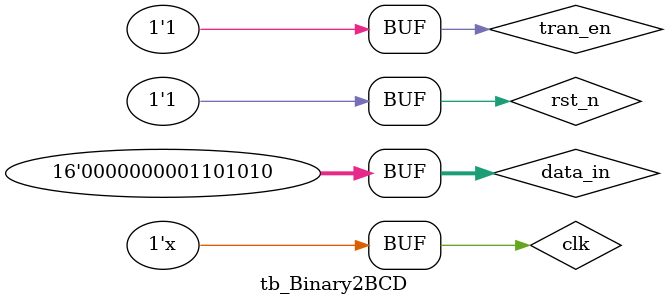
<source format=v>
`timescale 1ns / 1ps


module tb_Binary2BCD;

	// Inputs
	reg clk;
	reg rst_n;
	reg tran_en;
	reg [15:0] data_in;

	// Outputs
	wire tran_done;
	wire [3:0] thou_data;
	wire [3:0] hund_data;
	wire [3:0] tens_data;
	wire [3:0] unit_data;

	// Instantiate the Unit Under Test (UUT)
	Binary2BCD uut (
		.clk(clk), 
		.rst_n(rst_n), 
		.tran_en(tran_en), 
		.data_in(data_in), 
		.tran_done(tran_done), 
		.thou_data(thou_data), 
		.hund_data(hund_data), 
		.tens_data(tens_data), 
		.unit_data(unit_data)
	);
always #10 clk = !clk;
	initial begin
		// Initialize Inputs
		clk = 0;
		rst_n = 0;
		tran_en = 1;
		data_in = 0;

		// Wait 100 ns for global reset to finish
		#100;
        rst_n = 1'b1;
        #320;
        data_in = 15'b1101010;
        
		// Add stimulus here

	end
      
endmodule


</source>
